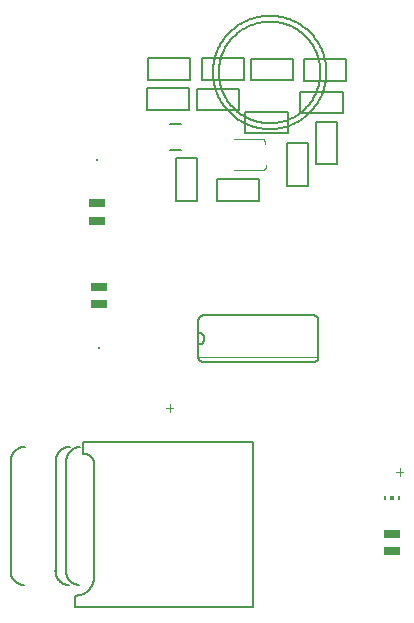
<source format=gto>
G75*
%MOIN*%
%OFA0B0*%
%FSLAX25Y25*%
%IPPOS*%
%LPD*%
%AMOC8*
5,1,8,0,0,1.08239X$1,22.5*
%
%ADD10C,0.00300*%
%ADD11R,0.00591X0.01181*%
%ADD12R,0.01181X0.01181*%
%ADD13C,0.00800*%
%ADD14C,0.00600*%
%ADD15C,0.00200*%
%ADD16R,0.00787X0.00787*%
%ADD17C,0.00500*%
%ADD18R,0.05512X0.02559*%
%ADD19C,0.00197*%
D10*
X0052991Y0069911D02*
X0055460Y0069911D01*
X0054226Y0071145D02*
X0054226Y0068677D01*
X0129741Y0048588D02*
X0132210Y0048588D01*
X0130975Y0047354D02*
X0130975Y0049823D01*
D11*
X0130636Y0039996D03*
X0125912Y0039996D03*
D12*
X0128274Y0039996D03*
D13*
X0084062Y0139091D02*
X0069888Y0139091D01*
X0069888Y0146177D01*
X0084062Y0146177D01*
X0084062Y0139091D01*
X0093353Y0144130D02*
X0093353Y0158303D01*
X0100440Y0158303D01*
X0100440Y0144130D01*
X0093353Y0144130D01*
X0103077Y0151295D02*
X0103077Y0165469D01*
X0110164Y0165469D01*
X0110164Y0151295D01*
X0103077Y0151295D01*
X0093550Y0161689D02*
X0079377Y0161689D01*
X0079377Y0168776D01*
X0093550Y0168776D01*
X0093550Y0161689D01*
X0097762Y0168224D02*
X0111936Y0168224D01*
X0111936Y0175311D01*
X0097762Y0175311D01*
X0097762Y0168224D01*
X0099022Y0179051D02*
X0113196Y0179051D01*
X0113196Y0186138D01*
X0099022Y0186138D01*
X0099022Y0179051D01*
X0095400Y0179248D02*
X0081227Y0179248D01*
X0081227Y0186335D01*
X0095400Y0186335D01*
X0095400Y0179248D01*
X0079180Y0179406D02*
X0065007Y0179406D01*
X0065007Y0186492D01*
X0079180Y0186492D01*
X0079180Y0179406D01*
X0077408Y0176256D02*
X0077408Y0169169D01*
X0063235Y0169169D01*
X0063235Y0176256D01*
X0077408Y0176256D01*
X0063314Y0153264D02*
X0063314Y0139091D01*
X0056227Y0139091D01*
X0056227Y0153264D01*
X0063314Y0153264D01*
X0058156Y0156059D02*
X0054219Y0156059D01*
X0054219Y0164720D02*
X0058156Y0164720D01*
X0060794Y0169406D02*
X0046621Y0169406D01*
X0046621Y0176492D01*
X0060794Y0176492D01*
X0060794Y0169406D01*
X0061070Y0179406D02*
X0046896Y0179406D01*
X0046896Y0186492D01*
X0061070Y0186492D01*
X0061070Y0179406D01*
D14*
X0065325Y0100846D02*
X0102325Y0100846D01*
X0102401Y0100844D01*
X0102477Y0100838D01*
X0102552Y0100829D01*
X0102627Y0100815D01*
X0102701Y0100798D01*
X0102774Y0100777D01*
X0102846Y0100753D01*
X0102917Y0100724D01*
X0102986Y0100693D01*
X0103053Y0100658D01*
X0103118Y0100619D01*
X0103182Y0100577D01*
X0103243Y0100532D01*
X0103302Y0100484D01*
X0103358Y0100433D01*
X0103412Y0100379D01*
X0103463Y0100323D01*
X0103511Y0100264D01*
X0103556Y0100203D01*
X0103598Y0100139D01*
X0103637Y0100074D01*
X0103672Y0100007D01*
X0103703Y0099938D01*
X0103732Y0099867D01*
X0103756Y0099795D01*
X0103777Y0099722D01*
X0103794Y0099648D01*
X0103808Y0099573D01*
X0103817Y0099498D01*
X0103823Y0099422D01*
X0103825Y0099346D01*
X0103825Y0086946D01*
X0103823Y0086870D01*
X0103817Y0086794D01*
X0103808Y0086719D01*
X0103794Y0086644D01*
X0103777Y0086570D01*
X0103756Y0086497D01*
X0103732Y0086425D01*
X0103703Y0086354D01*
X0103672Y0086285D01*
X0103637Y0086218D01*
X0103598Y0086153D01*
X0103556Y0086089D01*
X0103511Y0086028D01*
X0103463Y0085969D01*
X0103412Y0085913D01*
X0103358Y0085859D01*
X0103302Y0085808D01*
X0103243Y0085760D01*
X0103182Y0085715D01*
X0103118Y0085673D01*
X0103053Y0085634D01*
X0102986Y0085599D01*
X0102917Y0085568D01*
X0102846Y0085539D01*
X0102774Y0085515D01*
X0102701Y0085494D01*
X0102627Y0085477D01*
X0102552Y0085463D01*
X0102477Y0085454D01*
X0102401Y0085448D01*
X0102325Y0085446D01*
X0065325Y0085446D01*
X0065249Y0085448D01*
X0065173Y0085454D01*
X0065098Y0085463D01*
X0065023Y0085477D01*
X0064949Y0085494D01*
X0064876Y0085515D01*
X0064804Y0085539D01*
X0064733Y0085568D01*
X0064664Y0085599D01*
X0064597Y0085634D01*
X0064532Y0085673D01*
X0064468Y0085715D01*
X0064407Y0085760D01*
X0064348Y0085808D01*
X0064292Y0085859D01*
X0064238Y0085913D01*
X0064187Y0085969D01*
X0064139Y0086028D01*
X0064094Y0086089D01*
X0064052Y0086153D01*
X0064013Y0086218D01*
X0063978Y0086285D01*
X0063947Y0086354D01*
X0063918Y0086425D01*
X0063894Y0086497D01*
X0063873Y0086570D01*
X0063856Y0086644D01*
X0063842Y0086719D01*
X0063833Y0086794D01*
X0063827Y0086870D01*
X0063825Y0086946D01*
X0063825Y0091146D01*
X0063825Y0095146D01*
X0063825Y0099346D01*
X0063827Y0099422D01*
X0063833Y0099498D01*
X0063842Y0099573D01*
X0063856Y0099648D01*
X0063873Y0099722D01*
X0063894Y0099795D01*
X0063918Y0099867D01*
X0063947Y0099938D01*
X0063978Y0100007D01*
X0064013Y0100074D01*
X0064052Y0100139D01*
X0064094Y0100203D01*
X0064139Y0100264D01*
X0064187Y0100323D01*
X0064238Y0100379D01*
X0064292Y0100433D01*
X0064348Y0100484D01*
X0064407Y0100532D01*
X0064468Y0100577D01*
X0064532Y0100619D01*
X0064597Y0100658D01*
X0064664Y0100693D01*
X0064733Y0100724D01*
X0064804Y0100753D01*
X0064876Y0100777D01*
X0064949Y0100798D01*
X0065023Y0100815D01*
X0065098Y0100829D01*
X0065173Y0100838D01*
X0065249Y0100844D01*
X0065325Y0100846D01*
X0063825Y0095146D02*
X0063913Y0095144D01*
X0064002Y0095138D01*
X0064090Y0095128D01*
X0064177Y0095115D01*
X0064264Y0095097D01*
X0064350Y0095076D01*
X0064435Y0095051D01*
X0064518Y0095022D01*
X0064601Y0094989D01*
X0064681Y0094953D01*
X0064760Y0094914D01*
X0064838Y0094871D01*
X0064913Y0094824D01*
X0064986Y0094774D01*
X0065057Y0094721D01*
X0065126Y0094665D01*
X0065192Y0094606D01*
X0065255Y0094544D01*
X0065315Y0094480D01*
X0065373Y0094413D01*
X0065427Y0094343D01*
X0065479Y0094271D01*
X0065527Y0094197D01*
X0065572Y0094120D01*
X0065613Y0094042D01*
X0065651Y0093962D01*
X0065685Y0093881D01*
X0065716Y0093798D01*
X0065743Y0093713D01*
X0065766Y0093628D01*
X0065785Y0093542D01*
X0065801Y0093454D01*
X0065813Y0093367D01*
X0065821Y0093279D01*
X0065825Y0093190D01*
X0065825Y0093102D01*
X0065821Y0093013D01*
X0065813Y0092925D01*
X0065801Y0092838D01*
X0065785Y0092750D01*
X0065766Y0092664D01*
X0065743Y0092579D01*
X0065716Y0092494D01*
X0065685Y0092411D01*
X0065651Y0092330D01*
X0065613Y0092250D01*
X0065572Y0092172D01*
X0065527Y0092095D01*
X0065479Y0092021D01*
X0065427Y0091949D01*
X0065373Y0091879D01*
X0065315Y0091812D01*
X0065255Y0091748D01*
X0065192Y0091686D01*
X0065126Y0091627D01*
X0065057Y0091571D01*
X0064986Y0091518D01*
X0064913Y0091468D01*
X0064838Y0091421D01*
X0064760Y0091378D01*
X0064681Y0091339D01*
X0064601Y0091303D01*
X0064518Y0091270D01*
X0064435Y0091241D01*
X0064350Y0091216D01*
X0064264Y0091195D01*
X0064177Y0091177D01*
X0064090Y0091164D01*
X0064002Y0091154D01*
X0063913Y0091148D01*
X0063825Y0091146D01*
D15*
X0063825Y0086846D02*
X0103825Y0086846D01*
D16*
X0030833Y0090075D03*
X0030203Y0152673D03*
D17*
X0001266Y0052319D02*
X0001266Y0016098D01*
X0001266Y0016099D02*
X0001257Y0015964D01*
X0001252Y0015828D01*
X0001250Y0015693D01*
X0001252Y0015558D01*
X0001258Y0015422D01*
X0001268Y0015287D01*
X0001282Y0015153D01*
X0001300Y0015018D01*
X0001322Y0014885D01*
X0001347Y0014752D01*
X0001376Y0014619D01*
X0001409Y0014488D01*
X0001445Y0014358D01*
X0001486Y0014229D01*
X0001530Y0014100D01*
X0001577Y0013974D01*
X0001629Y0013848D01*
X0001683Y0013725D01*
X0001742Y0013602D01*
X0001804Y0013482D01*
X0001869Y0013363D01*
X0001937Y0013246D01*
X0002009Y0013132D01*
X0002084Y0013019D01*
X0002163Y0012909D01*
X0002244Y0012800D01*
X0002328Y0012695D01*
X0002416Y0012591D01*
X0002506Y0012490D01*
X0002599Y0012392D01*
X0002695Y0012297D01*
X0002794Y0012204D01*
X0002895Y0012114D01*
X0002999Y0012027D01*
X0003105Y0011943D01*
X0003214Y0011862D01*
X0003325Y0011785D01*
X0003438Y0011710D01*
X0003553Y0011639D01*
X0003670Y0011571D01*
X0003789Y0011506D01*
X0003910Y0011445D01*
X0004032Y0011387D01*
X0004157Y0011333D01*
X0004282Y0011283D01*
X0004409Y0011236D01*
X0004537Y0011192D01*
X0004667Y0011153D01*
X0004797Y0011117D01*
X0004929Y0011084D01*
X0005061Y0011056D01*
X0005194Y0011031D01*
X0005328Y0011011D01*
X0005463Y0010994D01*
X0005597Y0010980D01*
X0016227Y0016098D02*
X0016227Y0052319D01*
X0019770Y0052319D02*
X0019770Y0016098D01*
X0016226Y0016099D02*
X0016217Y0015964D01*
X0016212Y0015828D01*
X0016210Y0015693D01*
X0016212Y0015558D01*
X0016218Y0015422D01*
X0016228Y0015287D01*
X0016242Y0015153D01*
X0016260Y0015018D01*
X0016282Y0014885D01*
X0016307Y0014752D01*
X0016336Y0014619D01*
X0016369Y0014488D01*
X0016405Y0014358D01*
X0016446Y0014229D01*
X0016490Y0014100D01*
X0016537Y0013974D01*
X0016589Y0013848D01*
X0016643Y0013725D01*
X0016702Y0013602D01*
X0016764Y0013482D01*
X0016829Y0013363D01*
X0016897Y0013246D01*
X0016969Y0013132D01*
X0017044Y0013019D01*
X0017123Y0012909D01*
X0017204Y0012800D01*
X0017288Y0012695D01*
X0017376Y0012591D01*
X0017466Y0012490D01*
X0017559Y0012392D01*
X0017655Y0012297D01*
X0017754Y0012204D01*
X0017855Y0012114D01*
X0017959Y0012027D01*
X0018065Y0011943D01*
X0018174Y0011862D01*
X0018285Y0011785D01*
X0018398Y0011710D01*
X0018513Y0011639D01*
X0018630Y0011571D01*
X0018749Y0011506D01*
X0018870Y0011445D01*
X0018992Y0011387D01*
X0019117Y0011333D01*
X0019242Y0011283D01*
X0019369Y0011236D01*
X0019497Y0011192D01*
X0019627Y0011153D01*
X0019757Y0011117D01*
X0019889Y0011084D01*
X0020021Y0011056D01*
X0020154Y0011031D01*
X0020288Y0011011D01*
X0020423Y0010994D01*
X0020557Y0010980D01*
X0022762Y0007437D02*
X0022919Y0007439D01*
X0023076Y0007445D01*
X0023233Y0007455D01*
X0023389Y0007468D01*
X0023545Y0007486D01*
X0023701Y0007507D01*
X0023856Y0007533D01*
X0024010Y0007562D01*
X0024164Y0007595D01*
X0024316Y0007632D01*
X0024468Y0007672D01*
X0024619Y0007717D01*
X0024768Y0007765D01*
X0024916Y0007817D01*
X0025063Y0007872D01*
X0025209Y0007932D01*
X0025353Y0007994D01*
X0025495Y0008061D01*
X0025636Y0008131D01*
X0025775Y0008204D01*
X0025912Y0008281D01*
X0026047Y0008361D01*
X0026179Y0008445D01*
X0026310Y0008532D01*
X0026439Y0008622D01*
X0026565Y0008715D01*
X0026689Y0008811D01*
X0026811Y0008911D01*
X0026930Y0009013D01*
X0027046Y0009119D01*
X0027160Y0009227D01*
X0027271Y0009338D01*
X0027379Y0009452D01*
X0027485Y0009568D01*
X0027587Y0009687D01*
X0027687Y0009809D01*
X0027783Y0009933D01*
X0027876Y0010059D01*
X0027966Y0010188D01*
X0028053Y0010319D01*
X0028137Y0010451D01*
X0028217Y0010587D01*
X0028294Y0010723D01*
X0028367Y0010862D01*
X0028437Y0011003D01*
X0028504Y0011145D01*
X0028566Y0011289D01*
X0028626Y0011435D01*
X0028681Y0011582D01*
X0028733Y0011730D01*
X0028781Y0011879D01*
X0028826Y0012030D01*
X0028866Y0012182D01*
X0028903Y0012334D01*
X0028936Y0012488D01*
X0028965Y0012642D01*
X0028991Y0012797D01*
X0029012Y0012953D01*
X0029030Y0013109D01*
X0029043Y0013265D01*
X0029053Y0013422D01*
X0029059Y0013579D01*
X0029061Y0013736D01*
X0029062Y0013736D02*
X0029062Y0051925D01*
X0029061Y0051925D02*
X0029046Y0052034D01*
X0029026Y0052143D01*
X0029003Y0052252D01*
X0028976Y0052359D01*
X0028945Y0052466D01*
X0028911Y0052571D01*
X0028873Y0052675D01*
X0028831Y0052778D01*
X0028786Y0052879D01*
X0028737Y0052978D01*
X0028685Y0053076D01*
X0028629Y0053172D01*
X0028570Y0053265D01*
X0028508Y0053357D01*
X0028443Y0053447D01*
X0028374Y0053534D01*
X0028303Y0053619D01*
X0028229Y0053701D01*
X0028151Y0053780D01*
X0028072Y0053857D01*
X0027989Y0053931D01*
X0027904Y0054002D01*
X0027817Y0054070D01*
X0027727Y0054135D01*
X0027635Y0054197D01*
X0027541Y0054255D01*
X0027445Y0054310D01*
X0027347Y0054362D01*
X0027247Y0054411D01*
X0027146Y0054455D01*
X0027043Y0054497D01*
X0026939Y0054534D01*
X0026833Y0054568D01*
X0026727Y0054599D01*
X0026619Y0054625D01*
X0026511Y0054648D01*
X0026402Y0054667D01*
X0026292Y0054682D01*
X0026182Y0054694D01*
X0026071Y0054701D01*
X0025960Y0054705D01*
X0025850Y0054704D01*
X0025739Y0054700D01*
X0025628Y0054692D01*
X0025518Y0054680D01*
X0025518Y0054681D02*
X0025518Y0058618D01*
X0082211Y0058618D01*
X0082211Y0003500D01*
X0022762Y0003500D01*
X0022762Y0007437D01*
X0024101Y0010980D02*
X0023967Y0010994D01*
X0023832Y0011011D01*
X0023698Y0011031D01*
X0023565Y0011056D01*
X0023433Y0011084D01*
X0023301Y0011117D01*
X0023171Y0011153D01*
X0023041Y0011192D01*
X0022913Y0011236D01*
X0022786Y0011283D01*
X0022661Y0011333D01*
X0022536Y0011387D01*
X0022414Y0011445D01*
X0022293Y0011506D01*
X0022174Y0011571D01*
X0022057Y0011639D01*
X0021942Y0011710D01*
X0021829Y0011785D01*
X0021718Y0011862D01*
X0021609Y0011943D01*
X0021503Y0012027D01*
X0021399Y0012114D01*
X0021298Y0012204D01*
X0021199Y0012297D01*
X0021103Y0012392D01*
X0021010Y0012490D01*
X0020920Y0012591D01*
X0020832Y0012695D01*
X0020748Y0012800D01*
X0020667Y0012909D01*
X0020588Y0013019D01*
X0020513Y0013132D01*
X0020441Y0013246D01*
X0020373Y0013363D01*
X0020308Y0013482D01*
X0020246Y0013602D01*
X0020187Y0013725D01*
X0020133Y0013848D01*
X0020081Y0013974D01*
X0020034Y0014100D01*
X0019990Y0014229D01*
X0019949Y0014358D01*
X0019913Y0014488D01*
X0019880Y0014619D01*
X0019851Y0014752D01*
X0019826Y0014885D01*
X0019804Y0015018D01*
X0019786Y0015153D01*
X0019772Y0015287D01*
X0019762Y0015422D01*
X0019756Y0015558D01*
X0019754Y0015693D01*
X0019756Y0015828D01*
X0019761Y0015964D01*
X0019770Y0016099D01*
X0016227Y0052319D02*
X0016229Y0052454D01*
X0016235Y0052589D01*
X0016244Y0052723D01*
X0016258Y0052857D01*
X0016275Y0052991D01*
X0016296Y0053125D01*
X0016321Y0053257D01*
X0016350Y0053389D01*
X0016382Y0053520D01*
X0016418Y0053650D01*
X0016458Y0053779D01*
X0016502Y0053906D01*
X0016549Y0054033D01*
X0016600Y0054158D01*
X0016654Y0054281D01*
X0016712Y0054403D01*
X0016773Y0054524D01*
X0016838Y0054642D01*
X0016906Y0054758D01*
X0016977Y0054873D01*
X0017051Y0054985D01*
X0017129Y0055096D01*
X0017210Y0055204D01*
X0017294Y0055309D01*
X0017381Y0055413D01*
X0017471Y0055513D01*
X0017563Y0055611D01*
X0017659Y0055707D01*
X0017757Y0055799D01*
X0017857Y0055889D01*
X0017961Y0055976D01*
X0018066Y0056060D01*
X0018174Y0056141D01*
X0018285Y0056219D01*
X0018397Y0056293D01*
X0018512Y0056364D01*
X0018628Y0056432D01*
X0018746Y0056497D01*
X0018867Y0056558D01*
X0018989Y0056616D01*
X0019112Y0056670D01*
X0019237Y0056721D01*
X0019364Y0056768D01*
X0019491Y0056812D01*
X0019620Y0056852D01*
X0019750Y0056888D01*
X0019881Y0056920D01*
X0020013Y0056949D01*
X0020145Y0056974D01*
X0020279Y0056995D01*
X0020413Y0057012D01*
X0020547Y0057026D01*
X0020681Y0057035D01*
X0020816Y0057041D01*
X0020951Y0057043D01*
X0024495Y0057043D02*
X0024360Y0057041D01*
X0024225Y0057035D01*
X0024091Y0057026D01*
X0023957Y0057012D01*
X0023823Y0056995D01*
X0023689Y0056974D01*
X0023557Y0056949D01*
X0023425Y0056920D01*
X0023294Y0056888D01*
X0023164Y0056852D01*
X0023035Y0056812D01*
X0022908Y0056768D01*
X0022781Y0056721D01*
X0022656Y0056670D01*
X0022533Y0056616D01*
X0022411Y0056558D01*
X0022290Y0056497D01*
X0022172Y0056432D01*
X0022056Y0056364D01*
X0021941Y0056293D01*
X0021829Y0056219D01*
X0021718Y0056141D01*
X0021610Y0056060D01*
X0021505Y0055976D01*
X0021401Y0055889D01*
X0021301Y0055799D01*
X0021203Y0055707D01*
X0021107Y0055611D01*
X0021015Y0055513D01*
X0020925Y0055413D01*
X0020838Y0055309D01*
X0020754Y0055204D01*
X0020673Y0055096D01*
X0020595Y0054985D01*
X0020521Y0054873D01*
X0020450Y0054758D01*
X0020382Y0054642D01*
X0020317Y0054524D01*
X0020256Y0054403D01*
X0020198Y0054281D01*
X0020144Y0054158D01*
X0020093Y0054033D01*
X0020046Y0053906D01*
X0020002Y0053779D01*
X0019962Y0053650D01*
X0019926Y0053520D01*
X0019894Y0053389D01*
X0019865Y0053257D01*
X0019840Y0053125D01*
X0019819Y0052991D01*
X0019802Y0052857D01*
X0019788Y0052723D01*
X0019779Y0052589D01*
X0019773Y0052454D01*
X0019771Y0052319D01*
X0005991Y0057043D02*
X0005856Y0057041D01*
X0005721Y0057035D01*
X0005587Y0057026D01*
X0005453Y0057012D01*
X0005319Y0056995D01*
X0005185Y0056974D01*
X0005053Y0056949D01*
X0004921Y0056920D01*
X0004790Y0056888D01*
X0004660Y0056852D01*
X0004531Y0056812D01*
X0004404Y0056768D01*
X0004277Y0056721D01*
X0004152Y0056670D01*
X0004029Y0056616D01*
X0003907Y0056558D01*
X0003786Y0056497D01*
X0003668Y0056432D01*
X0003552Y0056364D01*
X0003437Y0056293D01*
X0003325Y0056219D01*
X0003214Y0056141D01*
X0003106Y0056060D01*
X0003001Y0055976D01*
X0002897Y0055889D01*
X0002797Y0055799D01*
X0002699Y0055707D01*
X0002603Y0055611D01*
X0002511Y0055513D01*
X0002421Y0055413D01*
X0002334Y0055309D01*
X0002250Y0055204D01*
X0002169Y0055096D01*
X0002091Y0054985D01*
X0002017Y0054873D01*
X0001946Y0054758D01*
X0001878Y0054642D01*
X0001813Y0054524D01*
X0001752Y0054403D01*
X0001694Y0054281D01*
X0001640Y0054158D01*
X0001589Y0054033D01*
X0001542Y0053906D01*
X0001498Y0053779D01*
X0001458Y0053650D01*
X0001422Y0053520D01*
X0001390Y0053389D01*
X0001361Y0053257D01*
X0001336Y0053125D01*
X0001315Y0052991D01*
X0001298Y0052857D01*
X0001284Y0052723D01*
X0001275Y0052589D01*
X0001269Y0052454D01*
X0001267Y0052319D01*
X0070676Y0181846D02*
X0070681Y0182261D01*
X0070696Y0182677D01*
X0070722Y0183091D01*
X0070758Y0183505D01*
X0070803Y0183918D01*
X0070859Y0184330D01*
X0070925Y0184740D01*
X0071001Y0185149D01*
X0071087Y0185555D01*
X0071183Y0185959D01*
X0071289Y0186361D01*
X0071405Y0186760D01*
X0071530Y0187156D01*
X0071666Y0187549D01*
X0071810Y0187939D01*
X0071965Y0188324D01*
X0072128Y0188706D01*
X0072301Y0189084D01*
X0072484Y0189457D01*
X0072675Y0189826D01*
X0072875Y0190190D01*
X0073085Y0190549D01*
X0073302Y0190903D01*
X0073529Y0191251D01*
X0073764Y0191594D01*
X0074007Y0191931D01*
X0074259Y0192261D01*
X0074519Y0192586D01*
X0074786Y0192904D01*
X0075061Y0193215D01*
X0075344Y0193519D01*
X0075634Y0193817D01*
X0075932Y0194107D01*
X0076236Y0194390D01*
X0076547Y0194665D01*
X0076865Y0194932D01*
X0077190Y0195192D01*
X0077520Y0195444D01*
X0077857Y0195687D01*
X0078200Y0195922D01*
X0078548Y0196149D01*
X0078902Y0196366D01*
X0079261Y0196576D01*
X0079625Y0196776D01*
X0079994Y0196967D01*
X0080367Y0197150D01*
X0080745Y0197323D01*
X0081127Y0197486D01*
X0081512Y0197641D01*
X0081902Y0197785D01*
X0082295Y0197921D01*
X0082691Y0198046D01*
X0083090Y0198162D01*
X0083492Y0198268D01*
X0083896Y0198364D01*
X0084302Y0198450D01*
X0084711Y0198526D01*
X0085121Y0198592D01*
X0085533Y0198648D01*
X0085946Y0198693D01*
X0086360Y0198729D01*
X0086774Y0198755D01*
X0087190Y0198770D01*
X0087605Y0198775D01*
X0088020Y0198770D01*
X0088436Y0198755D01*
X0088850Y0198729D01*
X0089264Y0198693D01*
X0089677Y0198648D01*
X0090089Y0198592D01*
X0090499Y0198526D01*
X0090908Y0198450D01*
X0091314Y0198364D01*
X0091718Y0198268D01*
X0092120Y0198162D01*
X0092519Y0198046D01*
X0092915Y0197921D01*
X0093308Y0197785D01*
X0093698Y0197641D01*
X0094083Y0197486D01*
X0094465Y0197323D01*
X0094843Y0197150D01*
X0095216Y0196967D01*
X0095585Y0196776D01*
X0095949Y0196576D01*
X0096308Y0196366D01*
X0096662Y0196149D01*
X0097010Y0195922D01*
X0097353Y0195687D01*
X0097690Y0195444D01*
X0098020Y0195192D01*
X0098345Y0194932D01*
X0098663Y0194665D01*
X0098974Y0194390D01*
X0099278Y0194107D01*
X0099576Y0193817D01*
X0099866Y0193519D01*
X0100149Y0193215D01*
X0100424Y0192904D01*
X0100691Y0192586D01*
X0100951Y0192261D01*
X0101203Y0191931D01*
X0101446Y0191594D01*
X0101681Y0191251D01*
X0101908Y0190903D01*
X0102125Y0190549D01*
X0102335Y0190190D01*
X0102535Y0189826D01*
X0102726Y0189457D01*
X0102909Y0189084D01*
X0103082Y0188706D01*
X0103245Y0188324D01*
X0103400Y0187939D01*
X0103544Y0187549D01*
X0103680Y0187156D01*
X0103805Y0186760D01*
X0103921Y0186361D01*
X0104027Y0185959D01*
X0104123Y0185555D01*
X0104209Y0185149D01*
X0104285Y0184740D01*
X0104351Y0184330D01*
X0104407Y0183918D01*
X0104452Y0183505D01*
X0104488Y0183091D01*
X0104514Y0182677D01*
X0104529Y0182261D01*
X0104534Y0181846D01*
X0104529Y0181431D01*
X0104514Y0181015D01*
X0104488Y0180601D01*
X0104452Y0180187D01*
X0104407Y0179774D01*
X0104351Y0179362D01*
X0104285Y0178952D01*
X0104209Y0178543D01*
X0104123Y0178137D01*
X0104027Y0177733D01*
X0103921Y0177331D01*
X0103805Y0176932D01*
X0103680Y0176536D01*
X0103544Y0176143D01*
X0103400Y0175753D01*
X0103245Y0175368D01*
X0103082Y0174986D01*
X0102909Y0174608D01*
X0102726Y0174235D01*
X0102535Y0173866D01*
X0102335Y0173502D01*
X0102125Y0173143D01*
X0101908Y0172789D01*
X0101681Y0172441D01*
X0101446Y0172098D01*
X0101203Y0171761D01*
X0100951Y0171431D01*
X0100691Y0171106D01*
X0100424Y0170788D01*
X0100149Y0170477D01*
X0099866Y0170173D01*
X0099576Y0169875D01*
X0099278Y0169585D01*
X0098974Y0169302D01*
X0098663Y0169027D01*
X0098345Y0168760D01*
X0098020Y0168500D01*
X0097690Y0168248D01*
X0097353Y0168005D01*
X0097010Y0167770D01*
X0096662Y0167543D01*
X0096308Y0167326D01*
X0095949Y0167116D01*
X0095585Y0166916D01*
X0095216Y0166725D01*
X0094843Y0166542D01*
X0094465Y0166369D01*
X0094083Y0166206D01*
X0093698Y0166051D01*
X0093308Y0165907D01*
X0092915Y0165771D01*
X0092519Y0165646D01*
X0092120Y0165530D01*
X0091718Y0165424D01*
X0091314Y0165328D01*
X0090908Y0165242D01*
X0090499Y0165166D01*
X0090089Y0165100D01*
X0089677Y0165044D01*
X0089264Y0164999D01*
X0088850Y0164963D01*
X0088436Y0164937D01*
X0088020Y0164922D01*
X0087605Y0164917D01*
X0087190Y0164922D01*
X0086774Y0164937D01*
X0086360Y0164963D01*
X0085946Y0164999D01*
X0085533Y0165044D01*
X0085121Y0165100D01*
X0084711Y0165166D01*
X0084302Y0165242D01*
X0083896Y0165328D01*
X0083492Y0165424D01*
X0083090Y0165530D01*
X0082691Y0165646D01*
X0082295Y0165771D01*
X0081902Y0165907D01*
X0081512Y0166051D01*
X0081127Y0166206D01*
X0080745Y0166369D01*
X0080367Y0166542D01*
X0079994Y0166725D01*
X0079625Y0166916D01*
X0079261Y0167116D01*
X0078902Y0167326D01*
X0078548Y0167543D01*
X0078200Y0167770D01*
X0077857Y0168005D01*
X0077520Y0168248D01*
X0077190Y0168500D01*
X0076865Y0168760D01*
X0076547Y0169027D01*
X0076236Y0169302D01*
X0075932Y0169585D01*
X0075634Y0169875D01*
X0075344Y0170173D01*
X0075061Y0170477D01*
X0074786Y0170788D01*
X0074519Y0171106D01*
X0074259Y0171431D01*
X0074007Y0171761D01*
X0073764Y0172098D01*
X0073529Y0172441D01*
X0073302Y0172789D01*
X0073085Y0173143D01*
X0072875Y0173502D01*
X0072675Y0173866D01*
X0072484Y0174235D01*
X0072301Y0174608D01*
X0072128Y0174986D01*
X0071965Y0175368D01*
X0071810Y0175753D01*
X0071666Y0176143D01*
X0071530Y0176536D01*
X0071405Y0176932D01*
X0071289Y0177331D01*
X0071183Y0177733D01*
X0071087Y0178137D01*
X0071001Y0178543D01*
X0070925Y0178952D01*
X0070859Y0179362D01*
X0070803Y0179774D01*
X0070758Y0180187D01*
X0070722Y0180601D01*
X0070696Y0181015D01*
X0070681Y0181431D01*
X0070676Y0181846D01*
X0068703Y0181846D02*
X0068709Y0182310D01*
X0068726Y0182773D01*
X0068754Y0183237D01*
X0068794Y0183699D01*
X0068845Y0184160D01*
X0068908Y0184619D01*
X0068981Y0185078D01*
X0069066Y0185534D01*
X0069162Y0185987D01*
X0069269Y0186439D01*
X0069388Y0186887D01*
X0069517Y0187333D01*
X0069657Y0187775D01*
X0069808Y0188214D01*
X0069970Y0188649D01*
X0070142Y0189079D01*
X0070325Y0189506D01*
X0070518Y0189928D01*
X0070721Y0190345D01*
X0070935Y0190756D01*
X0071159Y0191163D01*
X0071392Y0191564D01*
X0071636Y0191959D01*
X0071889Y0192347D01*
X0072151Y0192730D01*
X0072423Y0193106D01*
X0072704Y0193475D01*
X0072994Y0193837D01*
X0073292Y0194192D01*
X0073600Y0194540D01*
X0073915Y0194880D01*
X0074239Y0195212D01*
X0074571Y0195536D01*
X0074911Y0195851D01*
X0075259Y0196159D01*
X0075614Y0196457D01*
X0075976Y0196747D01*
X0076345Y0197028D01*
X0076721Y0197300D01*
X0077104Y0197562D01*
X0077492Y0197815D01*
X0077887Y0198059D01*
X0078288Y0198292D01*
X0078695Y0198516D01*
X0079106Y0198730D01*
X0079523Y0198933D01*
X0079945Y0199126D01*
X0080372Y0199309D01*
X0080802Y0199481D01*
X0081237Y0199643D01*
X0081676Y0199794D01*
X0082118Y0199934D01*
X0082564Y0200063D01*
X0083012Y0200182D01*
X0083464Y0200289D01*
X0083917Y0200385D01*
X0084373Y0200470D01*
X0084832Y0200543D01*
X0085291Y0200606D01*
X0085752Y0200657D01*
X0086214Y0200697D01*
X0086678Y0200725D01*
X0087141Y0200742D01*
X0087605Y0200748D01*
X0088069Y0200742D01*
X0088532Y0200725D01*
X0088996Y0200697D01*
X0089458Y0200657D01*
X0089919Y0200606D01*
X0090378Y0200543D01*
X0090837Y0200470D01*
X0091293Y0200385D01*
X0091746Y0200289D01*
X0092198Y0200182D01*
X0092646Y0200063D01*
X0093092Y0199934D01*
X0093534Y0199794D01*
X0093973Y0199643D01*
X0094408Y0199481D01*
X0094838Y0199309D01*
X0095265Y0199126D01*
X0095687Y0198933D01*
X0096104Y0198730D01*
X0096515Y0198516D01*
X0096922Y0198292D01*
X0097323Y0198059D01*
X0097718Y0197815D01*
X0098106Y0197562D01*
X0098489Y0197300D01*
X0098865Y0197028D01*
X0099234Y0196747D01*
X0099596Y0196457D01*
X0099951Y0196159D01*
X0100299Y0195851D01*
X0100639Y0195536D01*
X0100971Y0195212D01*
X0101295Y0194880D01*
X0101610Y0194540D01*
X0101918Y0194192D01*
X0102216Y0193837D01*
X0102506Y0193475D01*
X0102787Y0193106D01*
X0103059Y0192730D01*
X0103321Y0192347D01*
X0103574Y0191959D01*
X0103818Y0191564D01*
X0104051Y0191163D01*
X0104275Y0190756D01*
X0104489Y0190345D01*
X0104692Y0189928D01*
X0104885Y0189506D01*
X0105068Y0189079D01*
X0105240Y0188649D01*
X0105402Y0188214D01*
X0105553Y0187775D01*
X0105693Y0187333D01*
X0105822Y0186887D01*
X0105941Y0186439D01*
X0106048Y0185987D01*
X0106144Y0185534D01*
X0106229Y0185078D01*
X0106302Y0184619D01*
X0106365Y0184160D01*
X0106416Y0183699D01*
X0106456Y0183237D01*
X0106484Y0182773D01*
X0106501Y0182310D01*
X0106507Y0181846D01*
X0106501Y0181382D01*
X0106484Y0180919D01*
X0106456Y0180455D01*
X0106416Y0179993D01*
X0106365Y0179532D01*
X0106302Y0179073D01*
X0106229Y0178614D01*
X0106144Y0178158D01*
X0106048Y0177705D01*
X0105941Y0177253D01*
X0105822Y0176805D01*
X0105693Y0176359D01*
X0105553Y0175917D01*
X0105402Y0175478D01*
X0105240Y0175043D01*
X0105068Y0174613D01*
X0104885Y0174186D01*
X0104692Y0173764D01*
X0104489Y0173347D01*
X0104275Y0172936D01*
X0104051Y0172529D01*
X0103818Y0172128D01*
X0103574Y0171733D01*
X0103321Y0171345D01*
X0103059Y0170962D01*
X0102787Y0170586D01*
X0102506Y0170217D01*
X0102216Y0169855D01*
X0101918Y0169500D01*
X0101610Y0169152D01*
X0101295Y0168812D01*
X0100971Y0168480D01*
X0100639Y0168156D01*
X0100299Y0167841D01*
X0099951Y0167533D01*
X0099596Y0167235D01*
X0099234Y0166945D01*
X0098865Y0166664D01*
X0098489Y0166392D01*
X0098106Y0166130D01*
X0097718Y0165877D01*
X0097323Y0165633D01*
X0096922Y0165400D01*
X0096515Y0165176D01*
X0096104Y0164962D01*
X0095687Y0164759D01*
X0095265Y0164566D01*
X0094838Y0164383D01*
X0094408Y0164211D01*
X0093973Y0164049D01*
X0093534Y0163898D01*
X0093092Y0163758D01*
X0092646Y0163629D01*
X0092198Y0163510D01*
X0091746Y0163403D01*
X0091293Y0163307D01*
X0090837Y0163222D01*
X0090378Y0163149D01*
X0089919Y0163086D01*
X0089458Y0163035D01*
X0088996Y0162995D01*
X0088532Y0162967D01*
X0088069Y0162950D01*
X0087605Y0162944D01*
X0087141Y0162950D01*
X0086678Y0162967D01*
X0086214Y0162995D01*
X0085752Y0163035D01*
X0085291Y0163086D01*
X0084832Y0163149D01*
X0084373Y0163222D01*
X0083917Y0163307D01*
X0083464Y0163403D01*
X0083012Y0163510D01*
X0082564Y0163629D01*
X0082118Y0163758D01*
X0081676Y0163898D01*
X0081237Y0164049D01*
X0080802Y0164211D01*
X0080372Y0164383D01*
X0079945Y0164566D01*
X0079523Y0164759D01*
X0079106Y0164962D01*
X0078695Y0165176D01*
X0078288Y0165400D01*
X0077887Y0165633D01*
X0077492Y0165877D01*
X0077104Y0166130D01*
X0076721Y0166392D01*
X0076345Y0166664D01*
X0075976Y0166945D01*
X0075614Y0167235D01*
X0075259Y0167533D01*
X0074911Y0167841D01*
X0074571Y0168156D01*
X0074239Y0168480D01*
X0073915Y0168812D01*
X0073600Y0169152D01*
X0073292Y0169500D01*
X0072994Y0169855D01*
X0072704Y0170217D01*
X0072423Y0170586D01*
X0072151Y0170962D01*
X0071889Y0171345D01*
X0071636Y0171733D01*
X0071392Y0172128D01*
X0071159Y0172529D01*
X0070935Y0172936D01*
X0070721Y0173347D01*
X0070518Y0173764D01*
X0070325Y0174186D01*
X0070142Y0174613D01*
X0069970Y0175043D01*
X0069808Y0175478D01*
X0069657Y0175917D01*
X0069517Y0176359D01*
X0069388Y0176805D01*
X0069269Y0177253D01*
X0069162Y0177705D01*
X0069066Y0178158D01*
X0068981Y0178614D01*
X0068908Y0179073D01*
X0068845Y0179532D01*
X0068794Y0179993D01*
X0068754Y0180455D01*
X0068726Y0180919D01*
X0068709Y0181382D01*
X0068703Y0181846D01*
D18*
X0030158Y0138230D03*
X0030158Y0132430D03*
X0030564Y0110318D03*
X0030564Y0104518D03*
X0128544Y0027954D03*
X0128544Y0022154D03*
D19*
X0085636Y0149287D02*
X0085638Y0149333D01*
X0085643Y0149379D01*
X0085652Y0149425D01*
X0085665Y0149470D01*
X0085681Y0149513D01*
X0085700Y0149555D01*
X0085723Y0149596D01*
X0085749Y0149634D01*
X0085778Y0149671D01*
X0085809Y0149705D01*
X0085843Y0149736D01*
X0085880Y0149765D01*
X0085918Y0149791D01*
X0085959Y0149814D01*
X0086001Y0149833D01*
X0086044Y0149849D01*
X0086089Y0149862D01*
X0086135Y0149871D01*
X0086181Y0149876D01*
X0086227Y0149878D01*
X0086227Y0150862D01*
X0085636Y0149287D02*
X0075794Y0149248D01*
X0075755Y0159681D02*
X0085558Y0159642D01*
X0085560Y0159593D01*
X0085566Y0159543D01*
X0085575Y0159495D01*
X0085589Y0159447D01*
X0085606Y0159401D01*
X0085627Y0159356D01*
X0085651Y0159313D01*
X0085678Y0159272D01*
X0085709Y0159233D01*
X0085743Y0159197D01*
X0085779Y0159163D01*
X0085818Y0159132D01*
X0085859Y0159105D01*
X0085902Y0159081D01*
X0085947Y0159060D01*
X0085993Y0159043D01*
X0086041Y0159029D01*
X0086089Y0159020D01*
X0086139Y0159014D01*
X0086188Y0159012D01*
X0086188Y0157949D01*
M02*

</source>
